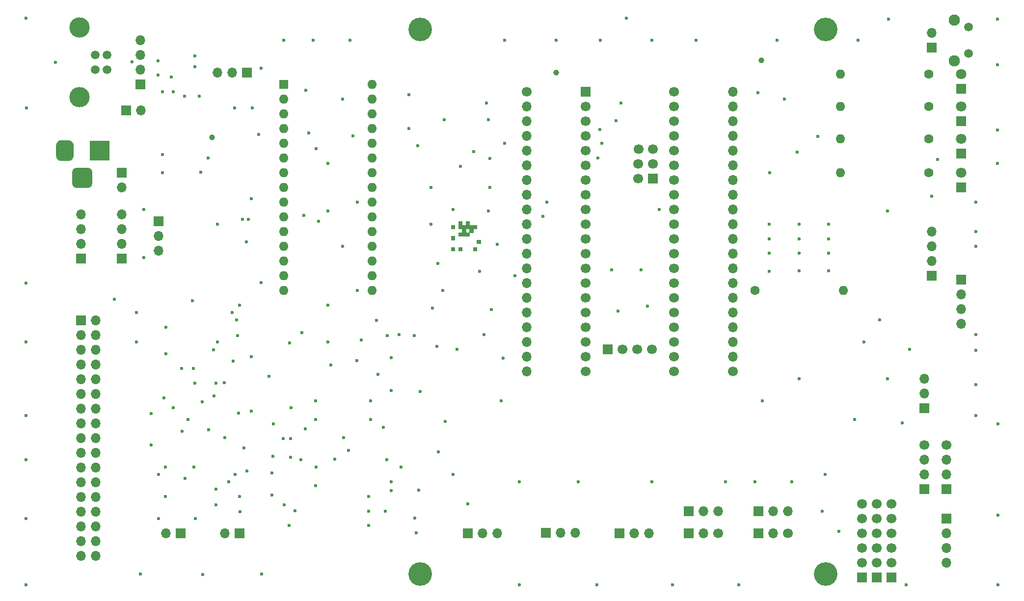
<source format=gbr>
G04 #@! TF.GenerationSoftware,KiCad,Pcbnew,(5.1.9)-1*
G04 #@! TF.CreationDate,2021-06-02T08:11:27+01:00*
G04 #@! TF.ProjectId,Greaseweazle F1 Plus 3.5,47726561-7365-4776-9561-7a6c65204631,1*
G04 #@! TF.SameCoordinates,PX6312cb0PY6bcb370*
G04 #@! TF.FileFunction,Soldermask,Bot*
G04 #@! TF.FilePolarity,Negative*
%FSLAX46Y46*%
G04 Gerber Fmt 4.6, Leading zero omitted, Abs format (unit mm)*
G04 Created by KiCad (PCBNEW (5.1.9)-1) date 2021-06-02 08:11:27*
%MOMM*%
%LPD*%
G01*
G04 APERTURE LIST*
%ADD10C,0.100000*%
%ADD11R,1.700000X1.700000*%
%ADD12C,1.700000*%
%ADD13O,1.700000X1.700000*%
%ADD14C,4.064000*%
%ADD15O,1.600000X1.600000*%
%ADD16R,1.600000X1.600000*%
%ADD17C,3.500120*%
%ADD18C,1.501140*%
%ADD19C,1.600000*%
%ADD20R,1.800000X1.800000*%
%ADD21C,1.800000*%
%ADD22R,3.500000X3.500000*%
%ADD23C,1.950000*%
%ADD24C,1.508000*%
%ADD25C,0.600000*%
%ADD26C,1.000000*%
G04 APERTURE END LIST*
D10*
G36*
X23368000Y24003000D02*
G01*
X24003000Y24003000D01*
X24003000Y24638000D01*
X23368000Y24638000D01*
X23368000Y24003000D01*
G37*
X23368000Y24003000D02*
X24003000Y24003000D01*
X24003000Y24638000D01*
X23368000Y24638000D01*
X23368000Y24003000D01*
G36*
X23368000Y23368000D02*
G01*
X24003000Y23368000D01*
X24003000Y24003000D01*
X23368000Y24003000D01*
X23368000Y23368000D01*
G37*
X23368000Y23368000D02*
X24003000Y23368000D01*
X24003000Y24003000D01*
X23368000Y24003000D01*
X23368000Y23368000D01*
G36*
X22733000Y23368000D02*
G01*
X23368000Y23368000D01*
X23368000Y24003000D01*
X22733000Y24003000D01*
X22733000Y23368000D01*
G37*
X22733000Y23368000D02*
X23368000Y23368000D01*
X23368000Y24003000D01*
X22733000Y24003000D01*
X22733000Y23368000D01*
G36*
X24003000Y23368000D02*
G01*
X24638000Y23368000D01*
X24638000Y24003000D01*
X24003000Y24003000D01*
X24003000Y23368000D01*
G37*
X24003000Y23368000D02*
X24638000Y23368000D01*
X24638000Y24003000D01*
X24003000Y24003000D01*
X24003000Y23368000D01*
G36*
X24638000Y24003000D02*
G01*
X25273000Y24003000D01*
X25273000Y24638000D01*
X24638000Y24638000D01*
X24638000Y24003000D01*
G37*
X24638000Y24003000D02*
X25273000Y24003000D01*
X25273000Y24638000D01*
X24638000Y24638000D01*
X24638000Y24003000D01*
G36*
X21463000Y24638000D02*
G01*
X22098000Y24638000D01*
X22098000Y25273000D01*
X21463000Y25273000D01*
X21463000Y24638000D01*
G37*
X21463000Y24638000D02*
X22098000Y24638000D01*
X22098000Y25273000D01*
X21463000Y25273000D01*
X21463000Y24638000D01*
G36*
X21463000Y20828000D02*
G01*
X22098000Y20828000D01*
X22098000Y21463000D01*
X21463000Y21463000D01*
X21463000Y20828000D01*
G37*
X21463000Y20828000D02*
X22098000Y20828000D01*
X22098000Y21463000D01*
X21463000Y21463000D01*
X21463000Y20828000D01*
G36*
X22733000Y25273000D02*
G01*
X23368000Y25273000D01*
X23368000Y25908000D01*
X22733000Y25908000D01*
X22733000Y25273000D01*
G37*
X22733000Y25273000D02*
X23368000Y25273000D01*
X23368000Y25908000D01*
X22733000Y25908000D01*
X22733000Y25273000D01*
G36*
X22733000Y24638000D02*
G01*
X23368000Y24638000D01*
X23368000Y25273000D01*
X22733000Y25273000D01*
X22733000Y24638000D01*
G37*
X22733000Y24638000D02*
X23368000Y24638000D01*
X23368000Y25273000D01*
X22733000Y25273000D01*
X22733000Y24638000D01*
G36*
X23368000Y24638000D02*
G01*
X24003000Y24638000D01*
X24003000Y25273000D01*
X23368000Y25273000D01*
X23368000Y24638000D01*
G37*
X23368000Y24638000D02*
X24003000Y24638000D01*
X24003000Y25273000D01*
X23368000Y25273000D01*
X23368000Y24638000D01*
G36*
X24003000Y24638000D02*
G01*
X24638000Y24638000D01*
X24638000Y25273000D01*
X24003000Y25273000D01*
X24003000Y24638000D01*
G37*
X24003000Y24638000D02*
X24638000Y24638000D01*
X24638000Y25273000D01*
X24003000Y25273000D01*
X24003000Y24638000D01*
G36*
X24003000Y25273000D02*
G01*
X24638000Y25273000D01*
X24638000Y25908000D01*
X24003000Y25908000D01*
X24003000Y25273000D01*
G37*
X24003000Y25273000D02*
X24638000Y25273000D01*
X24638000Y25908000D01*
X24003000Y25908000D01*
X24003000Y25273000D01*
G36*
X24638000Y24638000D02*
G01*
X25273000Y24638000D01*
X25273000Y25273000D01*
X24638000Y25273000D01*
X24638000Y24638000D01*
G37*
X24638000Y24638000D02*
X25273000Y24638000D01*
X25273000Y25273000D01*
X24638000Y25273000D01*
X24638000Y24638000D01*
G36*
X25273000Y24638000D02*
G01*
X25908000Y24638000D01*
X25908000Y25273000D01*
X25273000Y25273000D01*
X25273000Y24638000D01*
G37*
X25273000Y24638000D02*
X25908000Y24638000D01*
X25908000Y25273000D01*
X25273000Y25273000D01*
X25273000Y24638000D01*
G36*
X25908000Y22098000D02*
G01*
X26543000Y22098000D01*
X26543000Y22733000D01*
X25908000Y22733000D01*
X25908000Y22098000D01*
G37*
X25908000Y22098000D02*
X26543000Y22098000D01*
X26543000Y22733000D01*
X25908000Y22733000D01*
X25908000Y22098000D01*
G36*
X25273000Y20828000D02*
G01*
X25908000Y20828000D01*
X25908000Y21463000D01*
X25273000Y21463000D01*
X25273000Y20828000D01*
G37*
X25273000Y20828000D02*
X25908000Y20828000D01*
X25908000Y21463000D01*
X25273000Y21463000D01*
X25273000Y20828000D01*
G36*
X22733000Y20828000D02*
G01*
X23368000Y20828000D01*
X23368000Y21463000D01*
X22733000Y21463000D01*
X22733000Y20828000D01*
G37*
X22733000Y20828000D02*
X23368000Y20828000D01*
X23368000Y21463000D01*
X22733000Y21463000D01*
X22733000Y20828000D01*
G36*
X21463000Y22733000D02*
G01*
X22098000Y22733000D01*
X22098000Y23368000D01*
X21463000Y23368000D01*
X21463000Y22733000D01*
G37*
X21463000Y22733000D02*
X22098000Y22733000D01*
X22098000Y23368000D01*
X21463000Y23368000D01*
X21463000Y22733000D01*
G36*
X23368000Y24003000D02*
G01*
X24003000Y24003000D01*
X24003000Y24638000D01*
X23368000Y24638000D01*
X23368000Y24003000D01*
G37*
X23368000Y24003000D02*
X24003000Y24003000D01*
X24003000Y24638000D01*
X23368000Y24638000D01*
X23368000Y24003000D01*
G36*
X23368000Y23368000D02*
G01*
X24003000Y23368000D01*
X24003000Y24003000D01*
X23368000Y24003000D01*
X23368000Y23368000D01*
G37*
X23368000Y23368000D02*
X24003000Y23368000D01*
X24003000Y24003000D01*
X23368000Y24003000D01*
X23368000Y23368000D01*
G36*
X22733000Y23368000D02*
G01*
X23368000Y23368000D01*
X23368000Y24003000D01*
X22733000Y24003000D01*
X22733000Y23368000D01*
G37*
X22733000Y23368000D02*
X23368000Y23368000D01*
X23368000Y24003000D01*
X22733000Y24003000D01*
X22733000Y23368000D01*
G36*
X24003000Y23368000D02*
G01*
X24638000Y23368000D01*
X24638000Y24003000D01*
X24003000Y24003000D01*
X24003000Y23368000D01*
G37*
X24003000Y23368000D02*
X24638000Y23368000D01*
X24638000Y24003000D01*
X24003000Y24003000D01*
X24003000Y23368000D01*
G36*
X24638000Y24003000D02*
G01*
X25273000Y24003000D01*
X25273000Y24638000D01*
X24638000Y24638000D01*
X24638000Y24003000D01*
G37*
X24638000Y24003000D02*
X25273000Y24003000D01*
X25273000Y24638000D01*
X24638000Y24638000D01*
X24638000Y24003000D01*
G36*
X21463000Y24638000D02*
G01*
X22098000Y24638000D01*
X22098000Y25273000D01*
X21463000Y25273000D01*
X21463000Y24638000D01*
G37*
X21463000Y24638000D02*
X22098000Y24638000D01*
X22098000Y25273000D01*
X21463000Y25273000D01*
X21463000Y24638000D01*
G36*
X21463000Y20828000D02*
G01*
X22098000Y20828000D01*
X22098000Y21463000D01*
X21463000Y21463000D01*
X21463000Y20828000D01*
G37*
X21463000Y20828000D02*
X22098000Y20828000D01*
X22098000Y21463000D01*
X21463000Y21463000D01*
X21463000Y20828000D01*
G36*
X22733000Y25273000D02*
G01*
X23368000Y25273000D01*
X23368000Y25908000D01*
X22733000Y25908000D01*
X22733000Y25273000D01*
G37*
X22733000Y25273000D02*
X23368000Y25273000D01*
X23368000Y25908000D01*
X22733000Y25908000D01*
X22733000Y25273000D01*
G36*
X22733000Y24638000D02*
G01*
X23368000Y24638000D01*
X23368000Y25273000D01*
X22733000Y25273000D01*
X22733000Y24638000D01*
G37*
X22733000Y24638000D02*
X23368000Y24638000D01*
X23368000Y25273000D01*
X22733000Y25273000D01*
X22733000Y24638000D01*
G36*
X23368000Y24638000D02*
G01*
X24003000Y24638000D01*
X24003000Y25273000D01*
X23368000Y25273000D01*
X23368000Y24638000D01*
G37*
X23368000Y24638000D02*
X24003000Y24638000D01*
X24003000Y25273000D01*
X23368000Y25273000D01*
X23368000Y24638000D01*
G36*
X24003000Y24638000D02*
G01*
X24638000Y24638000D01*
X24638000Y25273000D01*
X24003000Y25273000D01*
X24003000Y24638000D01*
G37*
X24003000Y24638000D02*
X24638000Y24638000D01*
X24638000Y25273000D01*
X24003000Y25273000D01*
X24003000Y24638000D01*
G36*
X24003000Y25273000D02*
G01*
X24638000Y25273000D01*
X24638000Y25908000D01*
X24003000Y25908000D01*
X24003000Y25273000D01*
G37*
X24003000Y25273000D02*
X24638000Y25273000D01*
X24638000Y25908000D01*
X24003000Y25908000D01*
X24003000Y25273000D01*
G36*
X24638000Y24638000D02*
G01*
X25273000Y24638000D01*
X25273000Y25273000D01*
X24638000Y25273000D01*
X24638000Y24638000D01*
G37*
X24638000Y24638000D02*
X25273000Y24638000D01*
X25273000Y25273000D01*
X24638000Y25273000D01*
X24638000Y24638000D01*
G36*
X25273000Y24638000D02*
G01*
X25908000Y24638000D01*
X25908000Y25273000D01*
X25273000Y25273000D01*
X25273000Y24638000D01*
G37*
X25273000Y24638000D02*
X25908000Y24638000D01*
X25908000Y25273000D01*
X25273000Y25273000D01*
X25273000Y24638000D01*
G36*
X25908000Y22098000D02*
G01*
X26543000Y22098000D01*
X26543000Y22733000D01*
X25908000Y22733000D01*
X25908000Y22098000D01*
G37*
X25908000Y22098000D02*
X26543000Y22098000D01*
X26543000Y22733000D01*
X25908000Y22733000D01*
X25908000Y22098000D01*
G36*
X25273000Y20828000D02*
G01*
X25908000Y20828000D01*
X25908000Y21463000D01*
X25273000Y21463000D01*
X25273000Y20828000D01*
G37*
X25273000Y20828000D02*
X25908000Y20828000D01*
X25908000Y21463000D01*
X25273000Y21463000D01*
X25273000Y20828000D01*
G36*
X22733000Y20828000D02*
G01*
X23368000Y20828000D01*
X23368000Y21463000D01*
X22733000Y21463000D01*
X22733000Y20828000D01*
G37*
X22733000Y20828000D02*
X23368000Y20828000D01*
X23368000Y21463000D01*
X22733000Y21463000D01*
X22733000Y20828000D01*
G36*
X21463000Y22733000D02*
G01*
X22098000Y22733000D01*
X22098000Y23368000D01*
X21463000Y23368000D01*
X21463000Y22733000D01*
G37*
X21463000Y22733000D02*
X22098000Y22733000D01*
X22098000Y23368000D01*
X21463000Y23368000D01*
X21463000Y22733000D01*
D11*
X48514000Y3810000D03*
D12*
X51054000Y3810000D03*
X53594000Y3810000D03*
X56134000Y3810000D03*
X59944000Y48260000D03*
D11*
X44704000Y48260000D03*
D12*
X59944000Y45720000D03*
X44704000Y45720000D03*
X59944000Y43180000D03*
X44704000Y43180000D03*
X59944000Y40640000D03*
X44704000Y40640000D03*
X59944000Y38100000D03*
X44704000Y38100000D03*
X59944000Y35560000D03*
X44704000Y35560000D03*
X59944000Y33020000D03*
X44704000Y33020000D03*
X59944000Y30480000D03*
X44704000Y30480000D03*
X59944000Y27940000D03*
X44704000Y27940000D03*
X59944000Y25400000D03*
X44704000Y25400000D03*
X59944000Y22860000D03*
X44704000Y22860000D03*
X59944000Y20320000D03*
X44704000Y20320000D03*
X59944000Y17780000D03*
X44704000Y17780000D03*
X59944000Y15240000D03*
X44704000Y15240000D03*
X59944000Y12700000D03*
X44704000Y12700000D03*
X59944000Y10160000D03*
X44704000Y10160000D03*
X59944000Y7620000D03*
X44704000Y7620000D03*
X59944000Y5080000D03*
X44704000Y5080000D03*
X59944000Y2540000D03*
X44704000Y2540000D03*
X59944000Y0D03*
X44704000Y0D03*
X56273700Y35814000D03*
X56273700Y38354000D03*
D11*
X56273700Y33274000D03*
D12*
X53797200Y38354000D03*
X53733700Y35814000D03*
X53733700Y33274000D03*
X92329000Y-22860000D03*
X92329000Y-25400000D03*
X92329000Y-27940000D03*
X92329000Y-30480000D03*
X92329000Y-33020000D03*
D11*
X92329000Y-35560000D03*
D12*
X94869000Y-22860000D03*
X94869000Y-25400000D03*
X94869000Y-27940000D03*
X94869000Y-30480000D03*
X94869000Y-33020000D03*
D11*
X94869000Y-35560000D03*
D13*
X-32004000Y45085000D03*
D11*
X-34544000Y45085000D03*
D14*
X86113620Y-34935160D03*
X16113760Y59065160D03*
X16113760Y-34935160D03*
X86113620Y59065160D03*
D13*
X104394000Y58420000D03*
D11*
X104394000Y55880000D03*
D13*
X-17526000Y-27940000D03*
D11*
X-14986000Y-27940000D03*
D13*
X-27686000Y-27940000D03*
D11*
X-25146000Y-27940000D03*
D12*
X97409000Y-22860000D03*
X97409000Y-25400000D03*
X97409000Y-27940000D03*
X97409000Y-30480000D03*
X97409000Y-33020000D03*
D11*
X97409000Y-35560000D03*
D13*
X-35306000Y27152600D03*
X-35306000Y24612600D03*
X-35306000Y22072600D03*
D11*
X-35306000Y19532600D03*
D13*
X-32131000Y57150000D03*
X-32131000Y54610000D03*
X-32131000Y52070000D03*
D11*
X-32131000Y49530000D03*
D15*
X7874000Y13970000D03*
X-7366000Y13970000D03*
X7874000Y49530000D03*
X-7366000Y16510000D03*
X7874000Y46990000D03*
X-7366000Y19050000D03*
X7874000Y44450000D03*
X-7366000Y21590000D03*
X7874000Y41910000D03*
X-7366000Y24130000D03*
X7874000Y39370000D03*
X-7366000Y26670000D03*
X7874000Y36830000D03*
X-7366000Y29210000D03*
X7874000Y34290000D03*
X-7366000Y31750000D03*
X7874000Y31750000D03*
X-7366000Y34290000D03*
X7874000Y29210000D03*
X-7366000Y36830000D03*
X7874000Y26670000D03*
X-7366000Y39370000D03*
X7874000Y24130000D03*
X-7366000Y41910000D03*
X7874000Y21590000D03*
X-7366000Y44450000D03*
X7874000Y19050000D03*
X-7366000Y46990000D03*
X7874000Y16510000D03*
D16*
X-7366000Y49530000D03*
D13*
X-28956000Y20828000D03*
X-28956000Y23368000D03*
D11*
X-28956000Y25908000D03*
D13*
X-35306000Y31750000D03*
D11*
X-35306000Y34290000D03*
D17*
X-42621200Y47345600D03*
X-42621200Y59385200D03*
D18*
X-37896800Y54610000D03*
X-37896800Y52120800D03*
X-39903400Y52120800D03*
X-39903400Y54610000D03*
D13*
X103124000Y-1270000D03*
X103124000Y-3810000D03*
D11*
X103124000Y-6350000D03*
D13*
X109474000Y8255000D03*
X109474000Y10795000D03*
X109474000Y13335000D03*
D11*
X109474000Y15875000D03*
D13*
X29464000Y-27940000D03*
X26924000Y-27940000D03*
D11*
X24384000Y-27940000D03*
D13*
X42926000Y-27829200D03*
X40386000Y-27829200D03*
D11*
X37846000Y-27829200D03*
D13*
X55626000Y-27889200D03*
X53086000Y-27889200D03*
D11*
X50546000Y-27889200D03*
D13*
X-18796000Y51587400D03*
X-16256000Y51587400D03*
D11*
X-13716000Y51587400D03*
D13*
X104394000Y24130000D03*
X104394000Y21590000D03*
X104394000Y19050000D03*
D11*
X104394000Y16510000D03*
X106934000Y-20320000D03*
D13*
X106934000Y-17780000D03*
X106934000Y-15240000D03*
D12*
X106934000Y-12700000D03*
X103124000Y-12700000D03*
D13*
X103124000Y-15240000D03*
X103124000Y-17780000D03*
D11*
X103124000Y-20320000D03*
D19*
X103886000Y51308000D03*
D15*
X88646000Y51308000D03*
D20*
X109474000Y48768000D03*
D21*
X109474000Y51308000D03*
X109474000Y34290000D03*
D20*
X109474000Y31750000D03*
X109474000Y37592000D03*
D21*
X109474000Y40132000D03*
X109474000Y45720000D03*
D20*
X109474000Y43180000D03*
D19*
X73914000Y13970000D03*
D15*
X89154000Y13970000D03*
X88646000Y34290000D03*
D19*
X103886000Y34290000D03*
X103886000Y40132000D03*
D15*
X88646000Y40132000D03*
X88646000Y45720000D03*
D19*
X103886000Y45720000D03*
D13*
X34544000Y0D03*
X34544000Y2540000D03*
X34544000Y5080000D03*
X34544000Y7620000D03*
X34544000Y10160000D03*
X34544000Y12700000D03*
X34544000Y15240000D03*
X34544000Y17780000D03*
X34544000Y20320000D03*
X34544000Y22860000D03*
X34544000Y25400000D03*
X34544000Y27940000D03*
X34544000Y30480000D03*
X34544000Y33020000D03*
X34544000Y35560000D03*
X34544000Y38100000D03*
X34544000Y40640000D03*
X34544000Y43180000D03*
X34544000Y45720000D03*
D12*
X34544000Y48260000D03*
D13*
X70104000Y48260000D03*
X70104000Y45720000D03*
X70104000Y43180000D03*
X70104000Y40640000D03*
X70104000Y38100000D03*
X70104000Y35560000D03*
X70104000Y33020000D03*
X70104000Y30480000D03*
X70104000Y27940000D03*
X70104000Y25400000D03*
X70104000Y22860000D03*
X70104000Y20320000D03*
X70104000Y17780000D03*
X70104000Y15240000D03*
X70104000Y12700000D03*
X70104000Y10160000D03*
X70104000Y7620000D03*
X70104000Y5080000D03*
X70104000Y2540000D03*
D12*
X70104000Y0D03*
D13*
X79603600Y-24130000D03*
X77063600Y-24130000D03*
D11*
X74523600Y-24130000D03*
D13*
X67564000Y-24130000D03*
X65024000Y-24130000D03*
D11*
X62484000Y-24130000D03*
X62484000Y-27940000D03*
D13*
X65024000Y-27940000D03*
D12*
X67564000Y-27940000D03*
D11*
X74523600Y-27940000D03*
D13*
X77063600Y-27940000D03*
D12*
X79603600Y-27940000D03*
D13*
X106934000Y-33020000D03*
X106934000Y-30480000D03*
X106934000Y-27940000D03*
D11*
X106934000Y-25400000D03*
G36*
G01*
X-43888600Y32551400D02*
X-43888600Y34301400D01*
G75*
G02*
X-43013600Y35176400I875000J0D01*
G01*
X-41263600Y35176400D01*
G75*
G02*
X-40388600Y34301400I0J-875000D01*
G01*
X-40388600Y32551400D01*
G75*
G02*
X-41263600Y31676400I-875000J0D01*
G01*
X-43013600Y31676400D01*
G75*
G02*
X-43888600Y32551400I0J875000D01*
G01*
G37*
G36*
G01*
X-46638600Y37126400D02*
X-46638600Y39126400D01*
G75*
G02*
X-45888600Y39876400I750000J0D01*
G01*
X-44388600Y39876400D01*
G75*
G02*
X-43638600Y39126400I0J-750000D01*
G01*
X-43638600Y37126400D01*
G75*
G02*
X-44388600Y36376400I-750000J0D01*
G01*
X-45888600Y36376400D01*
G75*
G02*
X-46638600Y37126400I0J750000D01*
G01*
G37*
D22*
X-39138600Y38126400D03*
D23*
X108244000Y60650000D03*
X108244000Y53650000D03*
D24*
X110744000Y59425000D03*
X110744000Y54875000D03*
D11*
X-42367200Y19532600D03*
D13*
X-42367200Y22072600D03*
X-42367200Y24612600D03*
X-42367200Y27152600D03*
X-39852600Y-31800800D03*
X-42392600Y-31800800D03*
X-39852600Y-29260800D03*
X-42392600Y-29260800D03*
X-39852600Y-26720800D03*
X-42392600Y-26720800D03*
X-39852600Y-24180800D03*
X-42392600Y-24180800D03*
X-39852600Y-21640800D03*
X-42392600Y-21640800D03*
X-39852600Y-19100800D03*
X-42392600Y-19100800D03*
X-39852600Y-16560800D03*
X-42392600Y-16560800D03*
X-39852600Y-14020800D03*
X-42392600Y-14020800D03*
X-39852600Y-11480800D03*
X-42392600Y-11480800D03*
X-39852600Y-8940800D03*
X-42392600Y-8940800D03*
X-39852600Y-6400800D03*
X-42392600Y-6400800D03*
X-39852600Y-3860800D03*
X-42392600Y-3860800D03*
X-39852600Y-1320800D03*
X-42392600Y-1320800D03*
X-39852600Y1219200D03*
X-42392600Y1219200D03*
X-39852600Y3759200D03*
X-42392600Y3759200D03*
X-39852600Y6299200D03*
X-42392600Y6299200D03*
X-39852600Y8839200D03*
D11*
X-42392600Y8839200D03*
D25*
X50292000Y10414000D03*
X5334000Y29210000D03*
X2794000Y21590000D03*
X-51816000Y15240000D03*
X-51816000Y-7620000D03*
X-51816000Y-15240000D03*
X-51816000Y-36830000D03*
X-51714400Y45516800D03*
X96901000Y60833000D03*
X115824000Y-36830000D03*
X105410000Y36576000D03*
X49911000Y43307000D03*
X-3937000Y26924000D03*
X14224000Y41910000D03*
X96774000Y27686000D03*
X76327000Y25400000D03*
X27559000Y46355000D03*
X-51816000Y60960000D03*
X115824000Y-9017000D03*
X112014000Y29210000D03*
X112014000Y24130000D03*
X112014000Y21590000D03*
X112014000Y6350000D03*
X112014000Y3683000D03*
X112014000Y-2286000D03*
X112014000Y-7620000D03*
X115824000Y-24765000D03*
X51689000Y60960000D03*
X33274000Y-36830000D03*
X46609000Y-36830000D03*
X59690000Y-36830000D03*
X71120000Y-36830000D03*
X99949000Y-36830000D03*
X115697000Y60833000D03*
X115697000Y35941000D03*
X115697000Y41656000D03*
X115697000Y52959000D03*
X99314000Y-8890000D03*
X91059000Y-8255000D03*
X81534000Y-1270000D03*
X81534000Y17399000D03*
X85471000Y-24130000D03*
X18034000Y31750000D03*
X28194000Y31750000D03*
X19177000Y18669000D03*
X254000Y11430000D03*
X-11176000Y-34925000D03*
X76454000Y34290000D03*
X84734400Y40614600D03*
X81534000Y25400000D03*
X78994000Y46990000D03*
X30734000Y57150000D03*
X63754000Y57150000D03*
X21844000Y27940000D03*
X30099000Y-5080000D03*
X56134000Y-19050000D03*
X43434000Y-19050000D03*
X33274000Y-19050000D03*
X-32131000Y-34925000D03*
X-31496000Y19685000D03*
X-3556000Y48514000D03*
X15240000Y-25273000D03*
X9779000Y-9652000D03*
X-27813000Y-21590000D03*
X-7366000Y57150000D03*
X20320000Y43434000D03*
X27940000Y43434000D03*
X14224000Y47752000D03*
X2794000Y46990000D03*
X-3048000Y41148000D03*
X4572000Y40640000D03*
X5334000Y13970000D03*
X20066000Y13970000D03*
X28448000Y10668000D03*
X18288000Y10922000D03*
X19050000Y4318000D03*
X30480000Y2286000D03*
X-20447000Y36830000D03*
X-21717000Y34417000D03*
X-29057600Y53594000D03*
X-21971000Y47498000D03*
X-15875000Y45466000D03*
X-13843000Y22352000D03*
X-12954000Y29845000D03*
X-26416000Y48260000D03*
X-46736000Y53340000D03*
X-2286000Y57150000D03*
X4064000Y57150000D03*
X29464000Y21971000D03*
X-18796000Y5080000D03*
X8890000Y-508000D03*
X-31496000Y27940000D03*
X-51816000Y5080000D03*
X-51816000Y-25400000D03*
X96774000Y-1270000D03*
X100584000Y3810000D03*
X76327000Y17272000D03*
X92710000Y5080000D03*
X86614000Y17399000D03*
X26416000Y17272000D03*
X18034000Y25400000D03*
X50800000Y46355000D03*
X91694000Y57150000D03*
X77724000Y57150000D03*
X56134000Y57150000D03*
X47244000Y57150000D03*
X39624000Y57150000D03*
X-32766000Y5080000D03*
X-30226000Y-7239000D03*
X-28956000Y-17780000D03*
X-30226000Y-12700000D03*
X-28956000Y-25400000D03*
X-21336000Y-35052000D03*
X-14986000Y-21590000D03*
X-16891000Y-19050000D03*
X10414000Y-15240000D03*
X19304000Y-13843000D03*
X68834000Y-19050000D03*
X73914000Y-19050000D03*
X80264000Y-19050000D03*
X254000Y5080000D03*
X-27686000Y7620000D03*
X-16256000Y10160000D03*
X-32766000Y10160000D03*
X-36576000Y12446000D03*
X-23114000Y12192000D03*
X-6375400Y4953000D03*
X-4292600Y6680200D03*
X-1828800Y38430200D03*
X-11303000Y52374800D03*
X88366600Y-27559000D03*
X-28321000Y37465000D03*
X-28321000Y34290000D03*
X-11684000Y40894000D03*
X-28321000Y48260000D03*
X-18796000Y25400000D03*
X-14478000Y26289000D03*
X-13462000Y26289000D03*
X57404000Y27940000D03*
X-28067000Y-4572000D03*
X-24892000Y-10287000D03*
X-14224000Y-13208000D03*
X-17526000Y-11430000D03*
X-20320000Y-10033000D03*
X-13716000Y-17145000D03*
X-22606000Y-25400000D03*
X-19431000Y-4191000D03*
X-19050000Y-2032000D03*
X-16129000Y1778000D03*
X254000Y27686000D03*
X22479000Y3810000D03*
X27178000Y6350000D03*
X16129000Y-3429000D03*
X11176000Y2413000D03*
X5969000Y5461000D03*
X27940000Y27686000D03*
X254000Y35941000D03*
X23114000Y35433000D03*
X25400000Y37973000D03*
X81153000Y37846000D03*
X74422000Y48133000D03*
X20447000Y-8636000D03*
X-6096000Y-6223000D03*
X-9144000Y-9017000D03*
X-6223000Y-11557000D03*
X-3683000Y-9906000D03*
X11176000Y-3302000D03*
X762000Y1143000D03*
X5207000Y1905000D03*
X-15367000Y6223000D03*
X55372000Y11303000D03*
X76327000Y20447000D03*
X81534000Y20447000D03*
X86614000Y20447000D03*
X76327000Y22860000D03*
X81534000Y22860000D03*
X86614000Y22860000D03*
X86614000Y25400000D03*
X104394000Y30226000D03*
X37338000Y26797000D03*
X37973000Y29210000D03*
X15875000Y-20447000D03*
X11176000Y-20574000D03*
X10160000Y-24130000D03*
X-9398000Y-17526000D03*
X-9398000Y-21336000D03*
X21844000Y-17780000D03*
X24384000Y-22860000D03*
X75184000Y-5080000D03*
X85979000Y-17780000D03*
X-24511000Y47498000D03*
X-12827000Y45466000D03*
X-26797000Y50800000D03*
X-29083000Y51181000D03*
X-33528000Y53467000D03*
X-22733000Y54483000D03*
X-22748190Y52644000D03*
X-23876000Y-8255000D03*
D26*
X39624000Y51562000D03*
X-19725959Y40386000D03*
D25*
X3809994Y-13627010D03*
X-19050000Y-20320000D03*
X-5461000Y-24003000D03*
X11176000Y-19050000D03*
X-14935200Y-24180778D03*
X7219919Y-26577990D03*
X-6477002Y-26543000D03*
X7239000Y-24130000D03*
X-19050000Y-22987000D03*
X-7302498Y-22987000D03*
X-15748000Y-17780010D03*
X-12954000Y-6858000D03*
X7620000Y-5080000D03*
X-6159500Y-14825753D03*
X-11277600Y15341600D03*
X-24384000Y-18415000D03*
X-27813000Y-16510000D03*
X-12954000Y2540000D03*
X7239000Y-21590000D03*
X-14986000Y11430000D03*
X-15494000Y8890000D03*
X-27686000Y3048000D03*
X8611188Y8865188D03*
X-1905000Y-8255000D03*
X1397000Y-15113000D03*
X2921000Y-11430000D03*
X28149001Y36785001D03*
X46822990Y36830000D03*
X15113000Y6197600D03*
X12522198Y6375400D03*
X95427800Y8890000D03*
D26*
X75031602Y53721000D03*
D25*
X47117000Y41783000D03*
X15748000Y38989000D03*
X10490200Y6223000D03*
X47498000Y39370000D03*
X-15176500Y-7175500D03*
X-7493000Y-11557000D03*
X-1777988Y-16510000D03*
X30734000Y39370000D03*
X-1397000Y25908000D03*
X-9967193Y-826177D03*
X-19471001Y3769999D03*
X54229000Y17526000D03*
X49149000Y17526000D03*
X32512000Y16510000D03*
X7620000Y-8255000D03*
X-4381500Y-15176500D03*
X-25019000Y508000D03*
X-1905000Y-5080000D03*
X-17653000Y-1905000D03*
X15494000Y-27852953D03*
X-9271000Y-14605000D03*
X-1904990Y-19685000D03*
X12827000Y-16510000D03*
X-22860000Y-16510000D03*
X-22733000Y-2032000D03*
X-21463000Y-5207000D03*
X-26416000Y-6223000D03*
X-22987000Y508000D03*
D10*
G36*
X-43886610Y32551596D02*
G01*
X-43869817Y32381091D01*
X-43820138Y32217321D01*
X-43739465Y32066392D01*
X-43630897Y31934103D01*
X-43498608Y31825535D01*
X-43347679Y31744862D01*
X-43183909Y31695183D01*
X-43013404Y31678390D01*
X-43011778Y31677225D01*
X-43011974Y31675235D01*
X-43013600Y31674400D01*
X-43069960Y31674400D01*
X-43070156Y31674410D01*
X-43234687Y31690615D01*
X-43235072Y31690691D01*
X-43387383Y31736894D01*
X-43387745Y31737044D01*
X-43528108Y31812069D01*
X-43528434Y31812287D01*
X-43651466Y31913257D01*
X-43651743Y31913534D01*
X-43752713Y32036566D01*
X-43752931Y32036892D01*
X-43827956Y32177255D01*
X-43828106Y32177617D01*
X-43874309Y32329928D01*
X-43874385Y32330313D01*
X-43890590Y32494844D01*
X-43890600Y32495040D01*
X-43890600Y32551400D01*
X-43889600Y32553132D01*
X-43887600Y32553132D01*
X-43886610Y32551596D01*
G37*
G36*
X-40387435Y32553026D02*
G01*
X-40386600Y32551400D01*
X-40386600Y32495040D01*
X-40386610Y32494844D01*
X-40402815Y32330313D01*
X-40402891Y32329928D01*
X-40449094Y32177617D01*
X-40449244Y32177255D01*
X-40524269Y32036892D01*
X-40524487Y32036566D01*
X-40625457Y31913534D01*
X-40625734Y31913257D01*
X-40748766Y31812287D01*
X-40749092Y31812069D01*
X-40889455Y31737044D01*
X-40889817Y31736894D01*
X-41042128Y31690691D01*
X-41042513Y31690615D01*
X-41207044Y31674410D01*
X-41207240Y31674400D01*
X-41263600Y31674400D01*
X-41265332Y31675400D01*
X-41265332Y31677400D01*
X-41263796Y31678390D01*
X-41093291Y31695183D01*
X-40929521Y31744862D01*
X-40778592Y31825535D01*
X-40646303Y31934103D01*
X-40537735Y32066392D01*
X-40457062Y32217321D01*
X-40407383Y32381091D01*
X-40390590Y32551596D01*
X-40389425Y32553222D01*
X-40387435Y32553026D01*
G37*
G36*
X-43011868Y35177400D02*
G01*
X-43011868Y35175400D01*
X-43013404Y35174410D01*
X-43183909Y35157617D01*
X-43347679Y35107938D01*
X-43498608Y35027265D01*
X-43630897Y34918697D01*
X-43739465Y34786408D01*
X-43820138Y34635479D01*
X-43869817Y34471709D01*
X-43886610Y34301204D01*
X-43887775Y34299578D01*
X-43889765Y34299774D01*
X-43890600Y34301400D01*
X-43890600Y34357760D01*
X-43890590Y34357956D01*
X-43874385Y34522487D01*
X-43874309Y34522872D01*
X-43828106Y34675183D01*
X-43827956Y34675545D01*
X-43752931Y34815908D01*
X-43752713Y34816234D01*
X-43651743Y34939266D01*
X-43651466Y34939543D01*
X-43528434Y35040513D01*
X-43528108Y35040731D01*
X-43387745Y35115756D01*
X-43387383Y35115906D01*
X-43235072Y35162109D01*
X-43234687Y35162185D01*
X-43070156Y35178390D01*
X-43069960Y35178400D01*
X-43013600Y35178400D01*
X-43011868Y35177400D01*
G37*
G36*
X-41207044Y35178390D02*
G01*
X-41042513Y35162185D01*
X-41042128Y35162109D01*
X-40889817Y35115906D01*
X-40889455Y35115756D01*
X-40749092Y35040731D01*
X-40748766Y35040513D01*
X-40625734Y34939543D01*
X-40625457Y34939266D01*
X-40524487Y34816234D01*
X-40524269Y34815908D01*
X-40449244Y34675545D01*
X-40449094Y34675183D01*
X-40402891Y34522872D01*
X-40402815Y34522487D01*
X-40386610Y34357956D01*
X-40386600Y34357760D01*
X-40386600Y34301400D01*
X-40387600Y34299668D01*
X-40389600Y34299668D01*
X-40390590Y34301204D01*
X-40407383Y34471709D01*
X-40457062Y34635479D01*
X-40537735Y34786408D01*
X-40646303Y34918697D01*
X-40778592Y35027265D01*
X-40929521Y35107938D01*
X-41093291Y35157617D01*
X-41263796Y35174410D01*
X-41265422Y35175575D01*
X-41265226Y35177565D01*
X-41263600Y35178400D01*
X-41207240Y35178400D01*
X-41207044Y35178390D01*
G37*
G36*
X-46636610Y37126596D02*
G01*
X-46622219Y36980477D01*
X-46579653Y36840156D01*
X-46510531Y36710838D01*
X-46417509Y36597491D01*
X-46304162Y36504469D01*
X-46174844Y36435347D01*
X-46034523Y36392781D01*
X-45888404Y36378390D01*
X-45886778Y36377225D01*
X-45886974Y36375235D01*
X-45888600Y36374400D01*
X-45944960Y36374400D01*
X-45945156Y36374410D01*
X-46085301Y36388213D01*
X-46085686Y36388289D01*
X-46214547Y36427379D01*
X-46214909Y36427529D01*
X-46333660Y36491003D01*
X-46333986Y36491221D01*
X-46438078Y36576645D01*
X-46438355Y36576922D01*
X-46523779Y36681014D01*
X-46523997Y36681340D01*
X-46587471Y36800091D01*
X-46587621Y36800453D01*
X-46626711Y36929314D01*
X-46626787Y36929699D01*
X-46640590Y37069844D01*
X-46640600Y37070040D01*
X-46640600Y37126400D01*
X-46639600Y37128132D01*
X-46637600Y37128132D01*
X-46636610Y37126596D01*
G37*
G36*
X-43637435Y37128026D02*
G01*
X-43636600Y37126400D01*
X-43636600Y37070040D01*
X-43636610Y37069844D01*
X-43650413Y36929699D01*
X-43650489Y36929314D01*
X-43689579Y36800453D01*
X-43689729Y36800091D01*
X-43753203Y36681340D01*
X-43753421Y36681014D01*
X-43838845Y36576922D01*
X-43839122Y36576645D01*
X-43943214Y36491221D01*
X-43943540Y36491003D01*
X-44062291Y36427529D01*
X-44062653Y36427379D01*
X-44191514Y36388289D01*
X-44191899Y36388213D01*
X-44332044Y36374410D01*
X-44332240Y36374400D01*
X-44388600Y36374400D01*
X-44390332Y36375400D01*
X-44390332Y36377400D01*
X-44388796Y36378390D01*
X-44242677Y36392781D01*
X-44102356Y36435347D01*
X-43973038Y36504469D01*
X-43859691Y36597491D01*
X-43766669Y36710838D01*
X-43697547Y36840156D01*
X-43654981Y36980477D01*
X-43640590Y37126596D01*
X-43639425Y37128222D01*
X-43637435Y37128026D01*
G37*
G36*
X-45886868Y39877400D02*
G01*
X-45886868Y39875400D01*
X-45888404Y39874410D01*
X-46034523Y39860019D01*
X-46174844Y39817453D01*
X-46304162Y39748331D01*
X-46417509Y39655309D01*
X-46510531Y39541962D01*
X-46579653Y39412644D01*
X-46622219Y39272323D01*
X-46636610Y39126204D01*
X-46637775Y39124578D01*
X-46639765Y39124774D01*
X-46640600Y39126400D01*
X-46640600Y39182760D01*
X-46640590Y39182956D01*
X-46626787Y39323101D01*
X-46626711Y39323486D01*
X-46587621Y39452347D01*
X-46587471Y39452709D01*
X-46523997Y39571460D01*
X-46523779Y39571786D01*
X-46438355Y39675878D01*
X-46438078Y39676155D01*
X-46333986Y39761579D01*
X-46333660Y39761797D01*
X-46214909Y39825271D01*
X-46214547Y39825421D01*
X-46085686Y39864511D01*
X-46085301Y39864587D01*
X-45945156Y39878390D01*
X-45944960Y39878400D01*
X-45888600Y39878400D01*
X-45886868Y39877400D01*
G37*
G36*
X-44332044Y39878390D02*
G01*
X-44191899Y39864587D01*
X-44191514Y39864511D01*
X-44062653Y39825421D01*
X-44062291Y39825271D01*
X-43943540Y39761797D01*
X-43943214Y39761579D01*
X-43839122Y39676155D01*
X-43838845Y39675878D01*
X-43753421Y39571786D01*
X-43753203Y39571460D01*
X-43689729Y39452709D01*
X-43689579Y39452347D01*
X-43650489Y39323486D01*
X-43650413Y39323101D01*
X-43636610Y39182956D01*
X-43636600Y39182760D01*
X-43636600Y39126400D01*
X-43637600Y39124668D01*
X-43639600Y39124668D01*
X-43640590Y39126204D01*
X-43654981Y39272323D01*
X-43697547Y39412644D01*
X-43766669Y39541962D01*
X-43859691Y39655309D01*
X-43973038Y39748331D01*
X-44102356Y39817453D01*
X-44242677Y39860019D01*
X-44388796Y39874410D01*
X-44390422Y39875575D01*
X-44390226Y39877565D01*
X-44388600Y39878400D01*
X-44332240Y39878400D01*
X-44332044Y39878390D01*
G37*
M02*

</source>
